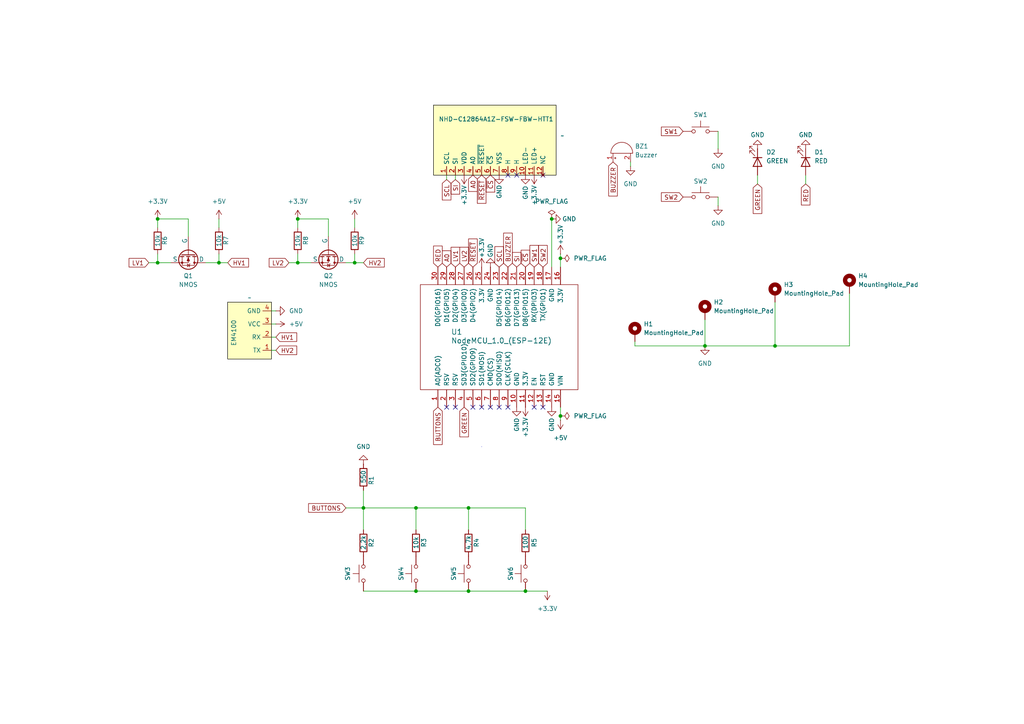
<source format=kicad_sch>
(kicad_sch (version 20231120) (generator "eeschema") (generator_version "8.0")
  (paper "A4")
  (title_block (title "Meeting display") (date "2024-04-24") (rev "0.3") (company "KTH") (comment 2 "gnu.org/licenses/gpl-3.0") (comment 3 "License: GNU v3.0") (comment 4 "Drawn by: Christoffer Franzén"))
  (lib_symbols
    (symbol "Device:Buzzer" (pin_names (offset 0.0254) hide)
      (property "Reference" "BZ" (at 3.81 1.27 0))
      (property "Value" "Buzzer" (at 3.81 -1.27 0))
      (symbol "Buzzer_0_1"
        (arc (start 0 -3.175) (mid 3.1612 0) (end 0 3.175))
        (polyline (pts (xy -1.651 1.905) (xy -1.143 1.905)))
        (polyline (pts (xy -1.397 2.159) (xy -1.397 1.651)))
        (polyline (pts (xy 0 3.175) (xy 0 -3.175)))
      )
      (symbol "Buzzer_1_1"
        (pin passive line (at -2.54 2.54 0) (length 2.54) (name "+") (number "1"))
        (pin passive line (at -2.54 -2.54 0) (length 2.54) (name "-") (number "2"))
      )
    )
    (symbol "Device:LED" (pin_numbers hide) (pin_names (offset 1.016) hide)
      (property "Reference" "D" (at 0 2.54 0))
      (property "Value" "LED" (at 0 -2.54 0))
      (symbol "LED_0_1"
        (polyline (pts (xy -1.27 -1.27) (xy -1.27 1.27)) (stroke (width 0.254)))
        (polyline (pts (xy -1.27 0) (xy 1.27 0)))
        (polyline (pts (xy 1.27 -1.27) (xy 1.27 1.27) (xy -1.27 0) (xy 1.27 -1.27)) (stroke (width 0.254)))
        (polyline (pts (xy -3.048 -0.762) (xy -4.572 -2.286) (xy -3.81 -2.286) (xy -4.572 -2.286) (xy -4.572 -1.524)))
        (polyline (pts (xy -1.778 -0.762) (xy -3.302 -2.286) (xy -2.54 -2.286) (xy -3.302 -2.286) (xy -3.302 -1.524)))
      )
      (symbol "LED_1_1"
        (pin passive line (at -3.81 0 0) (length 2.54) (name "K") (number "1"))
        (pin passive line (at 3.81 0 180) (length 2.54) (name "A") (number "2"))
      )
    )
    (symbol "Device:R" (pin_numbers hide) (pin_names (offset 0))
      (property "Reference" "R" (at 2.032 0 90))
      (property "Value" "R" (at 0 0 90))
      (symbol "R_0_1"
        (rectangle (start -1.016 -2.54) (end 1.016 2.54) (stroke (width 0.254)))
      )
      (symbol "R_1_1"
        (pin passive line (at 0 3.81 270) (length 1.27) (name "~") (number "1"))
        (pin passive line (at 0 -3.81 90) (length 1.27) (name "~") (number "2"))
      )
    )
    (symbol "ESP8266:NodeMCU_1.0_(ESP-12E)" (pin_names (offset 1.016))
      (property "Reference" "U" (at 0 21.59 0))
      (property "Value" "NodeMCU_1.0_(ESP-12E)" (at 0 -21.59 0))
      (symbol "NodeMCU_1.0_(ESP-12E)_0_1"
        (rectangle (start -15.24 -22.86) (end 15.24 22.86))
      )
      (symbol "NodeMCU_1.0_(ESP-12E)_1_1"
        (pin input line (at -20.32 17.78 0) (length 5.08) (name "A0(ADC0)") (number "1"))
        (pin input line (at -20.32 -5.08 0) (length 5.08) (name "GND") (number "10"))
        (pin power_out line (at -20.32 -7.62 0) (length 5.08) (name "3.3V") (number "11"))
        (pin input line (at -20.32 -10.16 0) (length 5.08) (name "EN") (number "12"))
        (pin input line (at -20.32 -12.7 0) (length 5.08) (name "RST") (number "13"))
        (pin power_in line (at -20.32 -15.24 0) (length 5.08) (name "GND") (number "14"))
        (pin power_in line (at -20.32 -17.78 0) (length 5.08) (name "VIN") (number "15"))
        (pin power_out line (at 20.32 -17.78 180) (length 5.08) (name "3.3V") (number "16"))
        (pin power_in line (at 20.32 -15.24 180) (length 5.08) (name "GND") (number "17"))
        (pin bidirectional line (at 20.32 -12.7 180) (length 5.08) (name "TX(GPIO1)") (number "18"))
        (pin bidirectional line (at 20.32 -10.16 180) (length 5.08) (name "RX(DPIO3)") (number "19"))
        (pin input line (at -20.32 15.24 0) (length 5.08) (name "RSV") (number "2"))
        (pin bidirectional line (at 20.32 -7.62 180) (length 5.08) (name "D8(GPIO15)") (number "20"))
        (pin bidirectional line (at 20.32 -5.08 180) (length 5.08) (name "D7(GPIO13)") (number "21"))
        (pin bidirectional line (at 20.32 -2.54 180) (length 5.08) (name "D6(GPIO12)") (number "22"))
        (pin bidirectional line (at 20.32 0 180) (length 5.08) (name "D5(GPIO14)") (number "23"))
        (pin power_in line (at 20.32 2.54 180) (length 5.08) (name "GND") (number "24"))
        (pin power_out line (at 20.32 5.08 180) (length 5.08) (name "3.3V") (number "25"))
        (pin bidirectional line (at 20.32 7.62 180) (length 5.08) (name "D4(GPIO2)") (number "26"))
        (pin bidirectional line (at 20.32 10.16 180) (length 5.08) (name "D3(GPIO0)") (number "27"))
        (pin bidirectional line (at 20.32 12.7 180) (length 5.08) (name "D2(GPIO4)") (number "28"))
        (pin bidirectional line (at 20.32 15.24 180) (length 5.08) (name "D1(GPIO5)") (number "29"))
        (pin input line (at -20.32 12.7 0) (length 5.08) (name "RSV") (number "3"))
        (pin bidirectional line (at 20.32 17.78 180) (length 5.08) (name "D0(GPIO16)") (number "30"))
        (pin bidirectional line (at -20.32 10.16 0) (length 5.08) (name "SD3(GPIO10)") (number "4"))
        (pin bidirectional line (at -20.32 7.62 0) (length 5.08) (name "SD2(GPIO9)") (number "5"))
        (pin bidirectional line (at -20.32 5.08 0) (length 5.08) (name "SD1(MOSI)") (number "6"))
        (pin bidirectional line (at -20.32 2.54 0) (length 5.08) (name "CMD(CS)") (number "7"))
        (pin bidirectional line (at -20.32 0 0) (length 5.08) (name "SDO(MISO)") (number "8"))
        (pin bidirectional line (at -20.32 -2.54 0) (length 5.08) (name "CLK(SCLK)") (number "9"))
      )
    )
    (symbol "Mechanical:MountingHole_Pad" (pin_numbers hide) (pin_names (offset 1.016) hide) (exclude_from_sim yes) (in_bom no)
      (property "Reference" "H" (at 0 6.35 0))
      (property "Value" "MountingHole_Pad" (at 0 4.445 0))
      (symbol "MountingHole_Pad_0_1"
        (circle (center 0 1.27) (radius 1.27) (stroke (width 1.27)))
      )
      (symbol "MountingHole_Pad_1_1"
        (pin input line (at 0 -2.54 90) (length 2.54) (name "1") (number "1"))
      )
    )
    (symbol "NHD_NHD:C12864A1Z-FSW-FBW-HTT"
      (property "Reference" "NHD-C12864A1Z-FSW-FBW-HTT" (at -40.64 73.914 0))
      (symbol "C12864A1Z-FSW-FBW-HTT_1_1"
        (rectangle (start -50.8 71.12) (end -30.48 35.56) (stroke (width 0) (color 0 0 0 1)) (fill (type background)))
        (pin input line (at -50.8 67.31 0) (length 2.54) (name "SCL") (number "1"))
        (pin power_in line (at -50.8 44.45 0) (length 2.54) (name "LED-") (number "10"))
        (pin power_in line (at -50.8 41.91 0) (length 2.54) (name "LED+") (number "11"))
        (pin no_connect line (at -50.8 39.37 0) (length 2.54) (name "NC") (number "12"))
        (pin input line (at -50.8 64.77 0) (length 2.54) (name "SI") (number "2"))
        (pin power_in line (at -50.8 62.23 0) (length 2.54) (name "VDD") (number "3"))
        (pin input line (at -50.8 59.69 0) (length 2.54) (name "A0") (number "4"))
        (pin input line (at -50.8 57.15 0) (length 2.54) (name "~{RESET}") (number "5"))
        (pin input line (at -50.8 54.61 0) (length 2.54) (name "~{CS}") (number "6"))
        (pin power_in line (at -50.8 52.07 0) (length 2.54) (name "VSS") (number "7"))
        (pin power_in line (at -50.8 49.53 0) (length 2.54) (name "H") (number "8"))
        (pin power_in line (at -50.8 46.99 0) (length 2.54) (name "H") (number "9"))
      )
    )
    (symbol "SSG_RFID:125KHz_RFID_Reader_EM4100_Wireless_113020002"
      (property "Reference" "EM4100" (at -0.254 8.89 0))
      (symbol "125KHz_RFID_Reader_EM4100_Wireless_113020002_1_1"
        (rectangle (start -6.35 7.62) (end 6.35 -8.89) (stroke (width 0) (color 0 0 0 1)) (fill (type background)))
        (pin input line (at -6.35 5.08 0) (length 2.54) (name "TX") (number "1"))
        (pin input line (at -6.35 1.27 0) (length 2.54) (name "RX") (number "2"))
        (pin power_in line (at -6.35 -2.54 0) (length 2.54) (name "VCC") (number "3"))
        (pin power_in line (at -6.35 -6.35 0) (length 2.54) (name "GND") (number "4"))
      )
    )
    (symbol "Simulation_SPICE:NMOS" (pin_numbers hide) (pin_names (offset 0))
      (property "Reference" "Q" (at 5.08 1.27 0))
      (property "Value" "NMOS" (at 5.08 -1.27 0))
      (symbol "NMOS_0_1"
        (polyline (pts (xy 0.254 0) (xy -2.54 0)))
        (polyline (pts (xy 0.254 1.905) (xy 0.254 -1.905)) (stroke (width 0.254)))
        (polyline (pts (xy 0.762 -1.27) (xy 0.762 -2.286)) (stroke (width 0.254)))
        (polyline (pts (xy 0.762 0.508) (xy 0.762 -0.508)) (stroke (width 0.254)))
        (polyline (pts (xy 0.762 2.286) (xy 0.762 1.27)) (stroke (width 0.254)))
        (polyline (pts (xy 2.54 2.54) (xy 2.54 1.778)))
        (polyline (pts (xy 2.54 -2.54) (xy 2.54 0) (xy 0.762 0)))
        (polyline (pts (xy 0.762 -1.778) (xy 3.302 -1.778) (xy 3.302 1.778) (xy 0.762 1.778)))
        (polyline (pts (xy 1.016 0) (xy 2.032 0.381) (xy 2.032 -0.381) (xy 1.016 0)) (fill (type outline)))
        (polyline (pts (xy 2.794 0.508) (xy 2.921 0.381) (xy 3.683 0.381) (xy 3.81 0.254)))
        (polyline (pts (xy 3.302 0.381) (xy 2.921 -0.254) (xy 3.683 -0.254) (xy 3.302 0.381)))
        (circle (center 1.651 0) (radius 2.794) (stroke (width 0.254)))
        (circle (center 2.54 -1.778) (radius 0.254) (fill (type outline)))
        (circle (center 2.54 1.778) (radius 0.254) (fill (type outline)))
      )
      (symbol "NMOS_1_1"
        (pin passive line (at 2.54 5.08 270) (length 2.54) (name "D") (number "1"))
        (pin input line (at -5.08 0 0) (length 2.54) (name "G") (number "2"))
        (pin passive line (at 2.54 -5.08 90) (length 2.54) (name "S") (number "3"))
      )
    )
    (symbol "Switch:SW_Push" (pin_numbers hide) (pin_names (offset 1.016) hide)
      (property "Reference" "SW" (at 1.27 2.54 0))
      (property "Value" "SW_Push" (at 0 -1.524 0))
      (symbol "SW_Push_0_1"
        (circle (center -2.032 0) (radius 0.508))
        (polyline (pts (xy 0 1.27) (xy 0 3.048)))
        (polyline (pts (xy 2.54 1.27) (xy -2.54 1.27)))
        (circle (center 2.032 0) (radius 0.508))
        (pin passive line (at -5.08 0 0) (length 2.54) (name "1") (number "1"))
        (pin passive line (at 5.08 0 180) (length 2.54) (name "2") (number "2"))
      )
    )
    (symbol "power:+3.3V" (power) (pin_numbers hide) (pin_names (offset 0) hide)
      (property "Value" "+3.3V" (at 0 3.556 0))
      (symbol "+3.3V_0_1"
        (polyline (pts (xy -0.762 1.27) (xy 0 2.54)))
        (polyline (pts (xy 0 0) (xy 0 2.54)))
        (polyline (pts (xy 0 2.54) (xy 0.762 1.27)))
      )
      (symbol "+3.3V_1_1"
        (pin power_in line (at 0 0 90) (length 0) (name "~") (number "1"))
      )
    )
    (symbol "power:+5V" (power) (pin_numbers hide) (pin_names (offset 0) hide)
      (property "Value" "+5V" (at 0 3.556 0))
      (symbol "+5V_0_1"
        (polyline (pts (xy -0.762 1.27) (xy 0 2.54)))
        (polyline (pts (xy 0 0) (xy 0 2.54)))
        (polyline (pts (xy 0 2.54) (xy 0.762 1.27)))
      )
      (symbol "+5V_1_1"
        (pin power_in line (at 0 0 90) (length 0) (name "~") (number "1"))
      )
    )
    (symbol "power:GND" (power) (pin_numbers hide) (pin_names (offset 0) hide)
      (property "Value" "GND" (at 0 -3.81 0))
      (symbol "GND_0_1"
        (polyline (pts (xy 0 0) (xy 0 -1.27) (xy 1.27 -1.27) (xy 0 -2.54) (xy -1.27 -1.27) (xy 0 -1.27)))
      )
      (symbol "GND_1_1"
        (pin power_in line (at 0 0 270) (length 0) (name "~") (number "1"))
      )
    )
    (symbol "power:PWR_FLAG" (power) (pin_numbers hide) (pin_names (offset 0) hide)
      (property "Value" "PWR_FLAG" (at 0 3.81 0))
      (symbol "PWR_FLAG_0_0"
        (pin power_out line (at 0 0 90) (length 0) (name "~") (number "1"))
      )
      (symbol "PWR_FLAG_0_1"
        (polyline (pts (xy 0 0) (xy 0 1.27) (xy -1.016 1.905) (xy 0 2.54) (xy 1.016 1.905) (xy 0 1.27)))
      )
    )
  )
  (junction (at 135.89 147.32))
  (junction (at 224.79 100.33))
  (junction (at 162.56 74.93))
  (junction (at 120.65 171.45))
  (junction (at 162.56 120.65))
  (junction (at 45.72 63.5))
  (junction (at 86.36 76.2))
  (junction (at 120.65 147.32))
  (junction (at 204.47 100.33))
  (junction (at 135.89 171.45))
  (junction (at 160.02 63.5))
  (junction (at 86.36 63.5))
  (junction (at 152.4 171.45))
  (junction (at 45.72 76.2))
  (junction (at 102.87 76.2))
  (junction (at 105.41 147.32))
  (junction (at 63.5 76.2))
  (no_connect (at 157.48 50.8))
  (no_connect (at 154.94 118.11))
  (no_connect (at 137.16 118.11))
  (no_connect (at 147.32 118.11))
  (no_connect (at 142.24 118.11))
  (no_connect (at 149.86 50.8))
  (no_connect (at 147.32 50.8))
  (no_connect (at 139.7 118.11))
  (no_connect (at 157.48 118.11))
  (no_connect (at 132.08 118.11))
  (no_connect (at 144.78 118.11))
  (no_connect (at 129.54 118.11))
  (wire (pts (xy 152.4 171.45) (xy 158.75 171.45)))
  (wire (pts (xy 184.15 100.33) (xy 204.47 100.33)))
  (wire (pts (xy 204.47 100.33) (xy 224.79 100.33)))
  (wire (pts (xy 83.82 76.2) (xy 86.36 76.2)))
  (wire (pts (xy 208.28 38.1) (xy 208.28 43.18)))
  (wire (pts (xy 63.5 76.2) (xy 63.5 73.66)))
  (wire (pts (xy 246.38 85.09) (xy 246.38 100.33)))
  (wire (pts (xy 95.25 68.58) (xy 95.25 63.5)))
  (wire (pts (xy 86.36 63.5) (xy 86.36 66.04)))
  (wire (pts (xy 120.65 171.45) (xy 135.89 171.45)))
  (wire (pts (xy 100.33 147.32) (xy 105.41 147.32)))
  (wire (pts (xy 100.33 76.2) (xy 102.87 76.2)))
  (wire (pts (xy 132.08 52.07) (xy 132.08 50.8)))
  (wire (pts (xy 102.87 63.5) (xy 102.87 66.04)))
  (wire (pts (xy 49.53 76.2) (xy 45.72 76.2)))
  (wire (pts (xy 86.36 73.66) (xy 86.36 76.2)))
  (wire (pts (xy 184.15 99.06) (xy 184.15 100.33)))
  (wire (pts (xy 102.87 76.2) (xy 105.41 76.2)))
  (wire (pts (xy 43.18 76.2) (xy 45.72 76.2)))
  (wire (pts (xy 162.56 74.93) (xy 162.56 77.47)))
  (wire (pts (xy 102.87 76.2) (xy 102.87 73.66)))
  (wire (pts (xy 95.25 63.5) (xy 86.36 63.5)))
  (wire (pts (xy 80.01 90.17) (xy 78.74 90.17)))
  (wire (pts (xy 246.38 100.33) (xy 224.79 100.33)))
  (wire (pts (xy 80.01 93.98) (xy 78.74 93.98)))
  (wire (pts (xy 78.74 97.79) (xy 80.01 97.79)))
  (wire (pts (xy 135.89 147.32) (xy 135.89 153.67)))
  (wire (pts (xy 204.47 92.71) (xy 204.47 100.33)))
  (wire (pts (xy 59.69 76.2) (xy 63.5 76.2)))
  (wire (pts (xy 105.41 147.32) (xy 105.41 153.67)))
  (wire (pts (xy 63.5 76.2) (xy 66.04 76.2)))
  (wire (pts (xy 105.41 142.24) (xy 105.41 147.32)))
  (wire (pts (xy 54.61 68.58) (xy 54.61 63.5)))
  (wire (pts (xy 182.88 46.99) (xy 182.88 48.26)))
  (wire (pts (xy 152.4 147.32) (xy 152.4 153.67)))
  (wire (pts (xy 54.61 63.5) (xy 45.72 63.5)))
  (wire (pts (xy 105.41 147.32) (xy 120.65 147.32)))
  (wire (pts (xy 219.71 50.8) (xy 219.71 53.34)))
  (wire (pts (xy 160.02 63.5) (xy 160.02 77.47)))
  (wire (pts (xy 233.68 50.8) (xy 233.68 53.34)))
  (wire (pts (xy 162.56 120.65) (xy 162.56 121.92)))
  (wire (pts (xy 208.28 57.15) (xy 208.28 59.69)))
  (wire (pts (xy 162.56 73.66) (xy 162.56 74.93)))
  (wire (pts (xy 120.65 147.32) (xy 120.65 153.67)))
  (wire (pts (xy 45.72 76.2) (xy 45.72 73.66)))
  (wire (pts (xy 224.79 87.63) (xy 224.79 100.33)))
  (wire (pts (xy 78.74 101.6) (xy 80.01 101.6)))
  (wire (pts (xy 129.54 52.07) (xy 129.54 50.8)))
  (wire (pts (xy 120.65 147.32) (xy 135.89 147.32)))
  (wire (pts (xy 86.36 76.2) (xy 90.17 76.2)))
  (wire (pts (xy 135.89 147.32) (xy 152.4 147.32)))
  (wire (pts (xy 105.41 171.45) (xy 120.65 171.45)))
  (wire (pts (xy 45.72 63.5) (xy 45.72 66.04)))
  (wire (pts (xy 63.5 63.5) (xy 63.5 66.04)))
  (wire (pts (xy 135.89 171.45) (xy 152.4 171.45)))
  (wire (pts (xy 162.56 118.11) (xy 162.56 120.65)))
  (rectangle (start 139.7 129.54) (end 139.7 129.54))
  (global_label "GREEN" (shape input) (at 134.62 118.11 270) (property "Intersheetrefs" "${INTERSHEET_REFS}" (effects (hide yes))))
  (global_label "LV1" (shape input) (at 43.18 76.2 180) (property "Intersheetrefs" "${INTERSHEET_REFS}" (effects (hide yes))))
  (global_label "SCL" (shape input) (at 129.54 52.07 270) (property "Intersheetrefs" "${INTERSHEET_REFS}" (effects (hide yes))))
  (global_label "~{RESET}" (shape input) (at 139.7 50.8 270) (property "Intersheetrefs" "${INTERSHEET_REFS}" (effects (hide yes))))
  (global_label "SW1" (shape input) (at 198.12 38.1 180) (property "Intersheetrefs" "${INTERSHEET_REFS}" (effects (hide yes))))
  (global_label "A0" (shape input) (at 129.54 77.47 90) (property "Intersheetrefs" "${INTERSHEET_REFS}" (effects (hide yes))))
  (global_label "LV1" (shape input) (at 132.08 77.47 90) (property "Intersheetrefs" "${INTERSHEET_REFS}" (effects (hide yes))))
  (global_label "~{CS}" (shape input) (at 142.24 50.8 270) (property "Intersheetrefs" "${INTERSHEET_REFS}" (effects (hide yes))))
  (global_label "GREEN" (shape input) (at 219.71 53.34 270) (property "Intersheetrefs" "${INTERSHEET_REFS}" (effects (hide yes))))
  (global_label "SW2" (shape input) (at 157.48 77.47 90) (property "Intersheetrefs" "${INTERSHEET_REFS}" (effects (hide yes))))
  (global_label "BUTTONS" (shape input) (at 100.33 147.32 180) (property "Intersheetrefs" "${INTERSHEET_REFS}" (effects (hide yes))))
  (global_label "BUZZER" (shape input) (at 177.8 46.99 270) (property "Intersheetrefs" "${INTERSHEET_REFS}" (effects (hide yes))))
  (global_label "~{CS}" (shape input) (at 152.4 77.47 90) (property "Intersheetrefs" "${INTERSHEET_REFS}" (effects (hide yes))))
  (global_label "HV1" (shape input) (at 80.01 97.79 0) (property "Intersheetrefs" "${INTERSHEET_REFS}" (effects (hide yes))))
  (global_label "RED" (shape input) (at 233.68 53.34 270) (property "Intersheetrefs" "${INTERSHEET_REFS}" (effects (hide yes))))
  (global_label "~{RESET}" (shape input) (at 137.16 77.47 90) (property "Intersheetrefs" "${INTERSHEET_REFS}" (effects (hide yes))))
  (global_label "LV2" (shape input) (at 134.62 77.47 90) (property "Intersheetrefs" "${INTERSHEET_REFS}" (effects (hide yes))))
  (global_label "RED" (shape input) (at 127 77.47 90) (property "Intersheetrefs" "${INTERSHEET_REFS}" (effects (hide yes))))
  (global_label "BUTTONS" (shape input) (at 127 118.11 270) (property "Intersheetrefs" "${INTERSHEET_REFS}" (effects (hide yes))))
  (global_label "SW2" (shape input) (at 198.12 57.15 180) (property "Intersheetrefs" "${INTERSHEET_REFS}" (effects (hide yes))))
  (global_label "SCL" (shape input) (at 144.78 77.47 90) (property "Intersheetrefs" "${INTERSHEET_REFS}" (effects (hide yes))))
  (global_label "SW1" (shape input) (at 154.94 77.47 90) (property "Intersheetrefs" "${INTERSHEET_REFS}" (effects (hide yes))))
  (global_label "LV2" (shape input) (at 83.82 76.2 180) (property "Intersheetrefs" "${INTERSHEET_REFS}" (effects (hide yes))))
  (global_label "HV2" (shape input) (at 80.01 101.6 0) (property "Intersheetrefs" "${INTERSHEET_REFS}" (effects (hide yes))))
  (global_label "A0" (shape input) (at 137.16 50.8 270) (property "Intersheetrefs" "${INTERSHEET_REFS}" (effects (hide yes))))
  (global_label "SI" (shape input) (at 149.86 77.47 90) (property "Intersheetrefs" "${INTERSHEET_REFS}" (effects (hide yes))))
  (global_label "BUZZER" (shape input) (at 147.32 77.47 90) (property "Intersheetrefs" "${INTERSHEET_REFS}" (effects (hide yes))))
  (global_label "HV1" (shape input) (at 66.04 76.2 0) (property "Intersheetrefs" "${INTERSHEET_REFS}" (effects (hide yes))))
  (global_label "SI" (shape input) (at 132.08 52.07 270) (property "Intersheetrefs" "${INTERSHEET_REFS}" (effects (hide yes))))
  (global_label "HV2" (shape input) (at 105.41 76.2 0) (property "Intersheetrefs" "${INTERSHEET_REFS}" (effects (hide yes))))
  (symbol (lib_id "power:GND") (at 204.47 100.33 0) (unit 1)
    (property "Reference" "#PWR08" (effects (hide yes)))
    (property "Value" "GND" (at 204.47 105.41 0))
    (property "Description" "Power symbol creates a global label with name \"GND\" , ground" (effects (hide yes)))
  )
  (symbol (lib_id "Device:R") (at 45.72 69.85 0) (unit 1)
    (property "Reference" "R6" (at 47.752 71.12 90) (effects (justify left)))
    (property "Value" "10k" (at 45.72 71.628 90) (effects (justify left)))
    (property "Footprint" "Resistor_THT:R_Axial_DIN0207_L6.3mm_D2.5mm_P7.62mm_Horizontal" (effects (hide yes)))
    (property "Description" "Resistor" (effects (hide yes)))
  )
  (symbol (lib_id "power:PWR_FLAG") (at 162.56 120.65 270) (unit 1)
    (property "Reference" "#FLG01" (effects (hide yes)))
    (property "Value" "PWR_FLAG" (at 166.37 120.6499 90) (effects (justify left)))
    (property "Description" "Special symbol for telling ERC where power comes from" (effects (hide yes)))
  )
  (symbol (lib_id "Device:LED") (at 233.68 46.99 270) (unit 1)
    (property "Reference" "D1" (at 236.22 44.1324 90) (effects (justify left)))
    (property "Value" "RED" (at 236.22 46.6724 90) (effects (justify left)))
    (property "Footprint" "LED_THT:LED_D5.0mm" (effects (hide yes)))
    (property "Description" "Light emitting diode" (effects (hide yes)))
  )
  (symbol (lib_id "power:GND") (at 233.68 43.18 180) (unit 1)
    (property "Reference" "#PWR011" (effects (hide yes)))
    (property "Value" "GND" (at 233.68 39.116 0))
    (property "Description" "Power symbol creates a global label with name \"GND\" , ground" (effects (hide yes)))
  )
  (symbol (lib_id "power:+3.3V") (at 152.4 118.11 180) (unit 1)
    (property "Reference" "#PWR015" (effects (hide yes)))
    (property "Value" "+3.3V" (at 152.4 123.952 90))
    (property "Description" "Power symbol creates a global label with name \"+3.3V\"" (effects (hide yes)))
  )
  (symbol (lib_id "Device:R") (at 105.41 157.48 0) (unit 1)
    (property "Reference" "R2" (at 107.696 158.75 90) (effects (justify left)))
    (property "Value" "2,2k" (at 105.41 159.512 90) (effects (justify left)))
    (property "Footprint" "Resistor_THT:R_Axial_DIN0207_L6.3mm_D2.5mm_P7.62mm_Horizontal" (effects (hide yes)))
    (property "Description" "Resistor" (effects (hide yes)))
  )
  (symbol (lib_id "Switch:SW_Push") (at 203.2 38.1 0) (unit 1)
    (property "Reference" "SW1" (at 203.2 33.274 0))
    (property "Value" "SW_Push" (effects (hide yes)))
    (property "Footprint" "Custom:SW_BUTT-2" (effects (hide yes)))
    (property "Description" "Push button switch, generic, two pins" (effects (hide yes)))
  )
  (symbol (lib_id "Device:R") (at 120.65 157.48 0) (unit 1)
    (property "Reference" "R3" (at 122.936 158.75 90) (effects (justify left)))
    (property "Value" "10k" (at 120.65 159.258 90) (effects (justify left)))
    (property "Footprint" "Resistor_THT:R_Axial_DIN0207_L6.3mm_D2.5mm_P7.62mm_Horizontal" (effects (hide yes)))
    (property "Description" "Resistor" (effects (hide yes)))
  )
  (symbol (lib_id "power:GND") (at 208.28 59.69 0) (unit 1)
    (property "Reference" "#PWR013" (effects (hide yes)))
    (property "Value" "GND" (at 208.28 64.77 0))
    (property "Description" "Power symbol creates a global label with name \"GND\" , ground" (effects (hide yes)))
  )
  (symbol (lib_id "NHD_NHD:C12864A1Z-FSW-FBW-HTT") (at 196.85 0 90) (unit 1)
    (property "Reference" "NHD-C12864A1Z-FSW-FBW-HTT1" (at 127.254 34.544 90) (effects (justify right)))
    (property "Value" "~" (at 162.56 39.37 90) (effects (justify right)))
    (property "Footprint" "Custom:NHD" (effects (hide yes)))
  )
  (symbol (lib_id "Switch:SW_Push") (at 152.4 166.37 90) (unit 1)
    (property "Reference" "SW6" (at 148.082 166.37 0))
    (property "Value" "SW_Push" (effects (hide yes)))
    (property "Footprint" "Custom:SW_BUTT-2" (effects (hide yes)))
    (property "Description" "Push button switch, generic, two pins" (effects (hide yes)))
  )
  (symbol (lib_id "power:+3.3V") (at 86.36 63.5 0) (unit 1)
    (property "Reference" "#PWR022" (effects (hide yes)))
    (property "Value" "+3.3V" (at 86.36 58.42 0))
    (property "Description" "Power symbol creates a global label with name \"+3.3V\"" (effects (hide yes)))
  )
  (symbol (lib_id "power:+5V") (at 63.5 63.5 0) (unit 1)
    (property "Reference" "#PWR025" (effects (hide yes)))
    (property "Value" "+5V" (at 63.5 58.42 0))
    (property "Description" "Power symbol creates a global label with name \"+5V\"" (effects (hide yes)))
  )
  (symbol (lib_id "Simulation_SPICE:NMOS") (at 95.25 73.66 270) (unit 1)
    (property "Reference" "Q2" (at 95.25 80.01 90))
    (property "Value" "NMOS" (at 95.25 82.55 90))
    (property "Footprint" "Package_TO_SOT_THT:TO-92" (effects (hide yes)))
    (property "Datasheet" "https://ngspice.sourceforge.io/docs/ngspice-html-manual/manual.xhtml#cha_MOSFETs" (effects (hide yes)))
    (property "Description" "N-MOSFET transistor, drain/source/gate" (effects (hide yes)))
    (property "Sim.Device" "NMOS" (effects (hide yes)))
    (property "Sim.Type" "VDMOS" (effects (hide yes)))
    (property "Sim.Pins" "1=D 2=G 3=S" (effects (hide yes)))
  )
  (symbol (lib_id "power:GND") (at 80.01 90.17 90) (unit 1)
    (property "Reference" "#PWR06" (effects (hide yes)))
    (property "Value" "GND" (at 83.82 90.1699 90) (effects (justify right)))
    (property "Description" "Power symbol creates a global label with name \"GND\" , ground" (effects (hide yes)))
  )
  (symbol (lib_id "Device:R") (at 63.5 69.85 0) (unit 1)
    (property "Reference" "R7" (at 65.532 71.12 90) (effects (justify left)))
    (property "Value" "10k" (at 63.5 71.628 90) (effects (justify left)))
    (property "Footprint" "Resistor_THT:R_Axial_DIN0207_L6.3mm_D2.5mm_P7.62mm_Horizontal" (effects (hide yes)))
    (property "Description" "Resistor" (effects (hide yes)))
  )
  (symbol (lib_id "Switch:SW_Push") (at 203.2 57.15 0) (unit 1)
    (property "Reference" "SW2" (at 203.2 52.578 0))
    (property "Value" "SW_Push" (effects (hide yes)))
    (property "Footprint" "Custom:SW_BUTT-2" (effects (hide yes)))
    (property "Description" "Push button switch, generic, two pins" (effects (hide yes)))
  )
  (symbol (lib_id "power:+3.3V") (at 162.56 73.66 0) (unit 1)
    (property "Reference" "#PWR018" (effects (hide yes)))
    (property "Value" "+3.3V" (at 162.56 68.072 90))
    (property "Description" "Power symbol creates a global label with name \"+3.3V\"" (effects (hide yes)))
  )
  (symbol (lib_id "power:PWR_FLAG") (at 162.56 74.93 270) (unit 1)
    (property "Reference" "#FLG03" (effects (hide yes)))
    (property "Value" "PWR_FLAG" (at 166.37 74.9299 90) (effects (justify left)))
    (property "Description" "Special symbol for telling ERC where power comes from" (effects (hide yes)))
  )
  (symbol (lib_id "power:+3.3V") (at 154.94 50.8 180) (unit 1)
    (property "Reference" "#PWR020" (effects (hide yes)))
    (property "Value" "+3.3V" (at 154.94 56.642 90))
    (property "Description" "Power symbol creates a global label with name \"+3.3V\"" (effects (hide yes)))
  )
  (symbol (lib_id "Device:R") (at 152.4 157.48 0) (unit 1)
    (property "Reference" "R5" (at 154.94 158.75 90) (effects (justify left)))
    (property "Value" "100" (at 152.4 159.258 90) (effects (justify left)))
    (property "Footprint" "Resistor_THT:R_Axial_DIN0207_L6.3mm_D2.5mm_P7.62mm_Horizontal" (effects (hide yes)))
    (property "Description" "Resistor" (effects (hide yes)))
  )
  (symbol (lib_id "power:GND") (at 142.24 77.47 180) (unit 1)
    (property "Reference" "#PWR03" (effects (hide yes)))
    (property "Value" "GND" (at 142.24 72.644 90))
    (property "Description" "Power symbol creates a global label with name \"GND\" , ground" (effects (hide yes)))
  )
  (symbol (lib_id "Mechanical:MountingHole_Pad") (at 184.15 96.52 0) (unit 1) (exclude_from_sim yes) (in_bom no)
    (property "Reference" "H1" (at 186.69 93.9799 0) (effects (justify left)))
    (property "Value" "MountingHole_Pad" (at 186.69 96.5199 0) (effects (justify left)))
    (property "Footprint" "MountingHole:MountingHole_3.2mm_M3_Pad" (effects (hide yes)))
    (property "Description" "Mounting Hole with connection" (effects (hide yes)))
  )
  (symbol (lib_id "Device:R") (at 86.36 69.85 0) (unit 1)
    (property "Reference" "R8" (at 88.646 71.12 90) (effects (justify left)))
    (property "Value" "10k" (at 86.36 71.628 90) (effects (justify left)))
    (property "Footprint" "Resistor_THT:R_Axial_DIN0207_L6.3mm_D2.5mm_P7.62mm_Horizontal" (effects (hide yes)))
    (property "Description" "Resistor" (effects (hide yes)))
  )
  (symbol (lib_id "Mechanical:MountingHole_Pad") (at 246.38 82.55 0) (unit 1) (exclude_from_sim yes) (in_bom no)
    (property "Reference" "H4" (at 248.92 80.0099 0) (effects (justify left)))
    (property "Value" "MountingHole_Pad" (at 248.92 82.5499 0) (effects (justify left)))
    (property "Footprint" "MountingHole:MountingHole_3.2mm_M3_Pad" (effects (hide yes)))
    (property "Description" "Mounting Hole with connection" (effects (hide yes)))
  )
  (symbol (lib_id "Device:R") (at 135.89 157.48 0) (unit 1)
    (property "Reference" "R4" (at 138.176 158.75 90) (effects (justify left)))
    (property "Value" "4,7k" (at 135.89 159.512 90) (effects (justify left)))
    (property "Footprint" "Resistor_THT:R_Axial_DIN0207_L6.3mm_D2.5mm_P7.62mm_Horizontal" (effects (hide yes)))
    (property "Description" "Resistor" (effects (hide yes)))
  )
  (symbol (lib_id "power:GND") (at 152.4 50.8 0) (unit 1)
    (property "Reference" "#PWR05" (effects (hide yes)))
    (property "Value" "GND" (at 152.4 55.88 90))
    (property "Description" "Power symbol creates a global label with name \"GND\" , ground" (effects (hide yes)))
  )
  (symbol (lib_id "Switch:SW_Push") (at 135.89 166.37 90) (unit 1)
    (property "Reference" "SW5" (at 131.572 166.37 0))
    (property "Value" "SW_Push" (effects (hide yes)))
    (property "Footprint" "Custom:SW_BUTT-2" (effects (hide yes)))
    (property "Description" "Push button switch, generic, two pins" (effects (hide yes)))
  )
  (symbol (lib_id "power:+5V") (at 80.01 93.98 270) (unit 1)
    (property "Reference" "#PWR010" (effects (hide yes)))
    (property "Value" "+5V" (at 83.82 93.9799 90) (effects (justify left)))
    (property "Description" "Power symbol creates a global label with name \"+5V\"" (effects (hide yes)))
  )
  (symbol (lib_id "power:GND") (at 182.88 48.26 0) (unit 1)
    (property "Reference" "#PWR016" (effects (hide yes)))
    (property "Value" "GND" (at 182.88 53.34 0))
    (property "Description" "Power symbol creates a global label with name \"GND\" , ground" (effects (hide yes)))
  )
  (symbol (lib_id "Switch:SW_Push") (at 120.65 166.37 90) (unit 1)
    (property "Reference" "SW4" (at 116.332 166.37 0))
    (property "Value" "SW_Push" (effects (hide yes)))
    (property "Footprint" "Custom:SW_BUTT-2" (effects (hide yes)))
    (property "Description" "Push button switch, generic, two pins" (effects (hide yes)))
  )
  (symbol (lib_id "Device:Buzzer") (at 180.34 44.45 90) (unit 1)
    (property "Reference" "BZ1" (at 184.15 42.4248 90) (effects (justify right)))
    (property "Value" "Buzzer" (at 184.15 44.9648 90) (effects (justify right)))
    (property "Footprint" "Buzzer_Beeper:Buzzer_12x9.5RM7.6" (effects (hide yes)))
    (property "Description" "Buzzer, polarized" (effects (hide yes)))
  )
  (symbol (lib_id "power:+3.3V") (at 139.7 77.47 0) (unit 1)
    (property "Reference" "#PWR017" (effects (hide yes)))
    (property "Value" "+3.3V" (at 139.7 71.882 90))
    (property "Description" "Power symbol creates a global label with name \"+3.3V\"" (effects (hide yes)))
  )
  (symbol (lib_id "power:GND") (at 149.86 118.11 0) (unit 1)
    (property "Reference" "#PWR026" (effects (hide yes)))
    (property "Value" "GND" (at 149.86 123.19 90))
    (property "Description" "Power symbol creates a global label with name \"GND\" , ground" (effects (hide yes)))
  )
  (symbol (lib_id "Simulation_SPICE:NMOS") (at 54.61 73.66 270) (unit 1)
    (property "Reference" "Q1" (at 54.61 80.01 90))
    (property "Value" "NMOS" (at 54.61 82.55 90))
    (property "Footprint" "Package_TO_SOT_THT:TO-92" (effects (hide yes)))
    (property "Datasheet" "https://ngspice.sourceforge.io/docs/ngspice-html-manual/manual.xhtml#cha_MOSFETs" (effects (hide yes)))
    (property "Description" "N-MOSFET transistor, drain/source/gate" (effects (hide yes)))
    (property "Sim.Device" "NMOS" (effects (hide yes)))
    (property "Sim.Type" "VDMOS" (effects (hide yes)))
    (property "Sim.Pins" "1=D 2=G 3=S" (effects (hide yes)))
  )
  (symbol (lib_id "power:GND") (at 160.02 118.11 0) (unit 1)
    (property "Reference" "#PWR01" (effects (hide yes)))
    (property "Value" "GND" (at 160.02 123.19 90))
    (property "Description" "Power symbol creates a global label with name \"GND\" , ground" (effects (hide yes)))
  )
  (symbol (lib_id "power:+5V") (at 102.87 63.5 0) (unit 1)
    (property "Reference" "#PWR024" (effects (hide yes)))
    (property "Value" "+5V" (at 102.87 58.42 0))
    (property "Description" "Power symbol creates a global label with name \"+5V\"" (effects (hide yes)))
  )
  (symbol (lib_id "Mechanical:MountingHole_Pad") (at 224.79 85.09 0) (unit 1) (exclude_from_sim yes) (in_bom no)
    (property "Reference" "H3" (at 227.33 82.5499 0) (effects (justify left)))
    (property "Value" "MountingHole_Pad" (at 227.33 85.0899 0) (effects (justify left)))
    (property "Footprint" "MountingHole:MountingHole_3.2mm_M3_Pad" (effects (hide yes)))
    (property "Description" "Mounting Hole with connection" (effects (hide yes)))
  )
  (symbol (lib_id "Switch:SW_Push") (at 105.41 166.37 90) (unit 1)
    (property "Reference" "SW3" (at 100.838 166.37 0))
    (property "Value" "SW_Push" (effects (hide yes)))
    (property "Footprint" "Custom:SW_BUTT-2" (effects (hide yes)))
    (property "Description" "Push button switch, generic, two pins" (effects (hide yes)))
  )
  (symbol (lib_id "power:+5V") (at 162.56 121.92 180) (unit 1)
    (property "Reference" "#PWR09" (effects (hide yes)))
    (property "Value" "+5V" (at 162.56 127 0))
    (property "Description" "Power symbol creates a global label with name \"+5V\"" (effects (hide yes)))
  )
  (symbol (lib_id "power:+3.3V") (at 158.75 171.45 180) (unit 1)
    (property "Reference" "#PWR023" (effects (hide yes)))
    (property "Value" "+3.3V" (at 158.75 176.53 0))
    (property "Description" "Power symbol creates a global label with name \"+3.3V\"" (effects (hide yes)))
  )
  (symbol (lib_id "Device:R") (at 105.41 138.43 0) (unit 1)
    (property "Reference" "R1" (at 107.696 140.716 90) (effects (justify left)))
    (property "Value" "550" (at 105.41 140.208 90) (effects (justify left)))
    (property "Footprint" "Resistor_THT:R_Axial_DIN0207_L6.3mm_D2.5mm_P7.62mm_Horizontal" (effects (hide yes)))
    (property "Description" "Resistor" (effects (hide yes)))
  )
  (symbol (lib_id "power:GND") (at 219.71 43.18 180) (unit 1)
    (property "Reference" "#PWR012" (effects (hide yes)))
    (property "Value" "GND" (at 219.71 39.116 0))
    (property "Description" "Power symbol creates a global label with name \"GND\" , ground" (effects (hide yes)))
  )
  (symbol (lib_id "SSG_RFID:125KHz_RFID_Reader_EM4100_Wireless_113020002") (at 72.39 96.52 180) (unit 1)
    (property "Reference" "EM4100" (at 67.818 96.52 90))
    (property "Value" "~" (at 72.39 86.36 0))
    (property "Footprint" "Connector:NS-Tech_Grove_1x04_P2mm_Vertical" (effects (hide yes)))
    (property "Description" "10mm lenght, 5mm width -connection. Height 8mm" (effects (hide yes)))
  )
  (symbol (lib_id "power:PWR_FLAG") (at 160.02 63.5 0) (unit 1)
    (property "Reference" "#FLG02" (effects (hide yes)))
    (property "Value" "PWR_FLAG" (at 160.02 58.42 0))
    (property "Description" "Special symbol for telling ERC where power comes from" (effects (hide yes)))
  )
  (symbol (lib_id "power:GND") (at 160.02 63.5 90) (unit 1)
    (property "Reference" "#PWR02" (effects (hide yes)))
    (property "Value" "GND" (at 165.1 63.5 90))
    (property "Description" "Power symbol creates a global label with name \"GND\" , ground" (effects (hide yes)))
  )
  (symbol (lib_id "ESP8266:NodeMCU_1.0_(ESP-12E)") (at 144.78 97.79 90) (unit 1)
    (property "Reference" "U1" (at 130.81 96.266 90) (effects (font (size 1.524 1.524)) (justify right)))
    (property "Value" "NodeMCU_1.0_(ESP-12E)" (at 130.81 98.806 90) (effects (font (size 1.524 1.524)) (justify right)))
    (property "Footprint" "Custom:NodeMCU" (effects (hide yes)))
  )
  (symbol (lib_id "Device:R") (at 102.87 69.85 0) (unit 1)
    (property "Reference" "R9" (at 104.902 71.12 90) (effects (justify left)))
    (property "Value" "10k" (at 102.87 71.628 90) (effects (justify left)))
    (property "Footprint" "Resistor_THT:R_Axial_DIN0207_L6.3mm_D2.5mm_P7.62mm_Horizontal" (effects (hide yes)))
    (property "Description" "Resistor" (effects (hide yes)))
  )
  (symbol (lib_id "Device:LED") (at 219.71 46.99 270) (unit 1)
    (property "Reference" "D2" (at 222.25 44.1324 90) (effects (justify left)))
    (property "Value" "GREEN" (at 222.25 46.6724 90) (effects (justify left)))
    (property "Footprint" "LED_THT:LED_D5.0mm" (effects (hide yes)))
    (property "Description" "Light emitting diode" (effects (hide yes)))
  )
  (symbol (lib_id "power:+3.3V") (at 134.62 50.8 180) (unit 1)
    (property "Reference" "#PWR019" (effects (hide yes)))
    (property "Value" "+3.3V" (at 134.62 56.642 90))
    (property "Description" "Power symbol creates a global label with name \"+3.3V\"" (effects (hide yes)))
  )
  (symbol (lib_id "power:GND") (at 105.41 134.62 180) (unit 1)
    (property "Reference" "#PWR07" (effects (hide yes)))
    (property "Value" "GND" (at 105.41 129.54 0))
    (property "Description" "Power symbol creates a global label with name \"GND\" , ground" (effects (hide yes)))
  )
  (symbol (lib_id "power:GND") (at 208.28 43.18 0) (unit 1)
    (property "Reference" "#PWR014" (effects (hide yes)))
    (property "Value" "GND" (at 208.28 48.26 0))
    (property "Description" "Power symbol creates a global label with name \"GND\" , ground" (effects (hide yes)))
  )
  (symbol (lib_id "Mechanical:MountingHole_Pad") (at 204.47 90.17 0) (unit 1) (exclude_from_sim yes) (in_bom no)
    (property "Reference" "H2" (at 207.01 87.6299 0) (effects (justify left)))
    (property "Value" "MountingHole_Pad" (at 207.01 90.1699 0) (effects (justify left)))
    (property "Footprint" "MountingHole:MountingHole_3.2mm_M3_Pad" (effects (hide yes)))
    (property "Description" "Mounting Hole with connection" (effects (hide yes)))
  )
  (symbol (lib_id "power:+3.3V") (at 45.72 63.5 0) (unit 1)
    (property "Reference" "#PWR021" (effects (hide yes)))
    (property "Value" "+3.3V" (at 45.72 58.42 0))
    (property "Description" "Power symbol creates a global label with name \"+3.3V\"" (effects (hide yes)))
  )
  (symbol (lib_id "power:GND") (at 144.78 50.8 0) (unit 1)
    (property "Reference" "#PWR04" (effects (hide yes)))
    (property "Value" "GND" (at 144.78 55.626 90))
    (property "Description" "Power symbol creates a global label with name \"GND\" , ground" (effects (hide yes)))
  )
)
</source>
